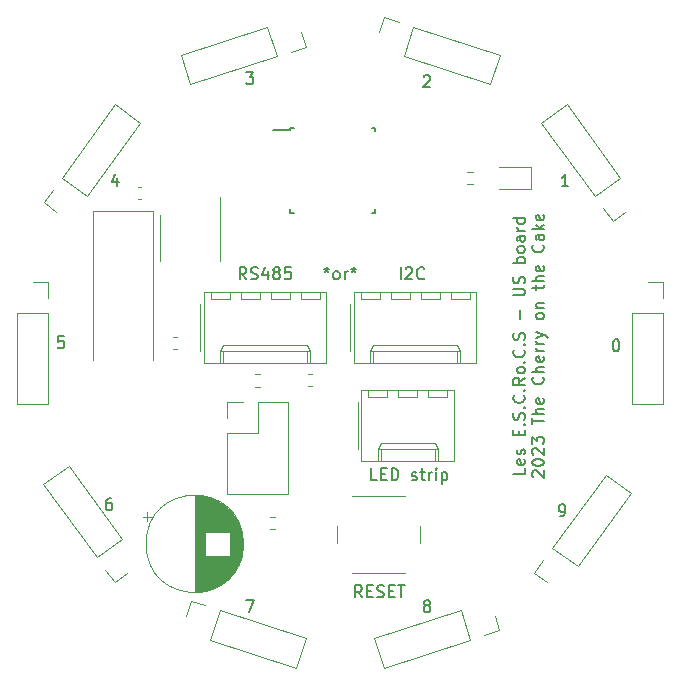
<source format=gbr>
%TF.GenerationSoftware,KiCad,Pcbnew,6.0.11+dfsg-1~bpo11+1*%
%TF.CreationDate,2023-02-26T17:05:11+01:00*%
%TF.ProjectId,ultrasonic_board,756c7472-6173-46f6-9e69-635f626f6172,rev?*%
%TF.SameCoordinates,PX8b48bd0PY4eb9cf0*%
%TF.FileFunction,Legend,Top*%
%TF.FilePolarity,Positive*%
%FSLAX46Y46*%
G04 Gerber Fmt 4.6, Leading zero omitted, Abs format (unit mm)*
G04 Created by KiCad (PCBNEW 6.0.11+dfsg-1~bpo11+1) date 2023-02-26 17:05:11*
%MOMM*%
%LPD*%
G01*
G04 APERTURE LIST*
%ADD10C,0.150000*%
%ADD11C,0.120000*%
G04 APERTURE END LIST*
D10*
X-19367524Y-13168380D02*
X-19558000Y-13168380D01*
X-19653239Y-13216000D01*
X-19700858Y-13263619D01*
X-19796096Y-13406476D01*
X-19843715Y-13596952D01*
X-19843715Y-13977904D01*
X-19796096Y-14073142D01*
X-19748477Y-14120761D01*
X-19653239Y-14168380D01*
X-19462762Y-14168380D01*
X-19367524Y-14120761D01*
X-19319905Y-14073142D01*
X-19272286Y-13977904D01*
X-19272286Y-13739809D01*
X-19319905Y-13644571D01*
X-19367524Y-13596952D01*
X-19462762Y-13549333D01*
X-19653239Y-13549333D01*
X-19748477Y-13596952D01*
X-19796096Y-13644571D01*
X-19843715Y-13739809D01*
X19335714Y13263620D02*
X18764285Y13263620D01*
X19050000Y13263620D02*
X19050000Y14263620D01*
X18954761Y14120762D01*
X18859523Y14025524D01*
X18764285Y13977905D01*
X7270761Y-22232952D02*
X7175523Y-22185333D01*
X7127904Y-22137714D01*
X7080285Y-22042476D01*
X7080285Y-21994857D01*
X7127904Y-21899619D01*
X7175523Y-21852000D01*
X7270761Y-21804380D01*
X7461238Y-21804380D01*
X7556476Y-21852000D01*
X7604095Y-21899619D01*
X7651714Y-21994857D01*
X7651714Y-22042476D01*
X7604095Y-22137714D01*
X7556476Y-22185333D01*
X7461238Y-22232952D01*
X7270761Y-22232952D01*
X7175523Y-22280571D01*
X7127904Y-22328190D01*
X7080285Y-22423428D01*
X7080285Y-22613904D01*
X7127904Y-22709142D01*
X7175523Y-22756761D01*
X7270761Y-22804380D01*
X7461238Y-22804380D01*
X7556476Y-22756761D01*
X7604095Y-22709142D01*
X7651714Y-22613904D01*
X7651714Y-22423428D01*
X7604095Y-22328190D01*
X7556476Y-22280571D01*
X7461238Y-22232952D01*
X-7945239Y5389620D02*
X-8278572Y5865810D01*
X-8516667Y5389620D02*
X-8516667Y6389620D01*
X-8135715Y6389620D01*
X-8040477Y6342000D01*
X-7992858Y6294381D01*
X-7945239Y6199143D01*
X-7945239Y6056286D01*
X-7992858Y5961048D01*
X-8040477Y5913429D01*
X-8135715Y5865810D01*
X-8516667Y5865810D01*
X-7564286Y5437239D02*
X-7421429Y5389620D01*
X-7183334Y5389620D01*
X-7088096Y5437239D01*
X-7040477Y5484858D01*
X-6992858Y5580096D01*
X-6992858Y5675334D01*
X-7040477Y5770572D01*
X-7088096Y5818191D01*
X-7183334Y5865810D01*
X-7373810Y5913429D01*
X-7469048Y5961048D01*
X-7516667Y6008667D01*
X-7564286Y6103905D01*
X-7564286Y6199143D01*
X-7516667Y6294381D01*
X-7469048Y6342000D01*
X-7373810Y6389620D01*
X-7135715Y6389620D01*
X-6992858Y6342000D01*
X-6135715Y6056286D02*
X-6135715Y5389620D01*
X-6373810Y6437239D02*
X-6611905Y5722953D01*
X-5992858Y5722953D01*
X-5469048Y5961048D02*
X-5564286Y6008667D01*
X-5611905Y6056286D01*
X-5659524Y6151524D01*
X-5659524Y6199143D01*
X-5611905Y6294381D01*
X-5564286Y6342000D01*
X-5469048Y6389620D01*
X-5278572Y6389620D01*
X-5183334Y6342000D01*
X-5135715Y6294381D01*
X-5088096Y6199143D01*
X-5088096Y6151524D01*
X-5135715Y6056286D01*
X-5183334Y6008667D01*
X-5278572Y5961048D01*
X-5469048Y5961048D01*
X-5564286Y5913429D01*
X-5611905Y5865810D01*
X-5659524Y5770572D01*
X-5659524Y5580096D01*
X-5611905Y5484858D01*
X-5564286Y5437239D01*
X-5469048Y5389620D01*
X-5278572Y5389620D01*
X-5183334Y5437239D01*
X-5135715Y5484858D01*
X-5088096Y5580096D01*
X-5088096Y5770572D01*
X-5135715Y5865810D01*
X-5183334Y5913429D01*
X-5278572Y5961048D01*
X-4183334Y6389620D02*
X-4659524Y6389620D01*
X-4707143Y5913429D01*
X-4659524Y5961048D01*
X-4564286Y6008667D01*
X-4326191Y6008667D01*
X-4230953Y5961048D01*
X-4183334Y5913429D01*
X-4135715Y5818191D01*
X-4135715Y5580096D01*
X-4183334Y5484858D01*
X-4230953Y5437239D01*
X-4326191Y5389620D01*
X-4564286Y5389620D01*
X-4659524Y5437239D01*
X-4707143Y5484858D01*
X18605523Y-14676380D02*
X18796000Y-14676380D01*
X18891238Y-14628761D01*
X18938857Y-14581142D01*
X19034095Y-14438285D01*
X19081714Y-14247809D01*
X19081714Y-13866857D01*
X19034095Y-13771619D01*
X18986476Y-13724000D01*
X18891238Y-13676380D01*
X18700761Y-13676380D01*
X18605523Y-13724000D01*
X18557904Y-13771619D01*
X18510285Y-13866857D01*
X18510285Y-14104952D01*
X18557904Y-14200190D01*
X18605523Y-14247809D01*
X18700761Y-14295428D01*
X18891238Y-14295428D01*
X18986476Y-14247809D01*
X19034095Y-14200190D01*
X19081714Y-14104952D01*
X5119809Y5389620D02*
X5119809Y6389620D01*
X5548380Y6294381D02*
X5596000Y6342000D01*
X5691238Y6389620D01*
X5929333Y6389620D01*
X6024571Y6342000D01*
X6072190Y6294381D01*
X6119809Y6199143D01*
X6119809Y6103905D01*
X6072190Y5961048D01*
X5500761Y5389620D01*
X6119809Y5389620D01*
X7119809Y5484858D02*
X7072190Y5437239D01*
X6929333Y5389620D01*
X6834095Y5389620D01*
X6691238Y5437239D01*
X6596000Y5532477D01*
X6548380Y5627715D01*
X6500761Y5818191D01*
X6500761Y5961048D01*
X6548380Y6151524D01*
X6596000Y6246762D01*
X6691238Y6342000D01*
X6834095Y6389620D01*
X6929333Y6389620D01*
X7072190Y6342000D01*
X7119809Y6294381D01*
X7080285Y22550381D02*
X7127904Y22598000D01*
X7223142Y22645620D01*
X7461238Y22645620D01*
X7556476Y22598000D01*
X7604095Y22550381D01*
X7651714Y22455143D01*
X7651714Y22359905D01*
X7604095Y22217048D01*
X7032666Y21645620D01*
X7651714Y21645620D01*
X23320380Y293620D02*
X23415619Y293620D01*
X23510857Y246000D01*
X23558476Y198381D01*
X23606095Y103143D01*
X23653714Y-87333D01*
X23653714Y-325428D01*
X23606095Y-515904D01*
X23558476Y-611142D01*
X23510857Y-658761D01*
X23415619Y-706380D01*
X23320380Y-706380D01*
X23225142Y-658761D01*
X23177523Y-611142D01*
X23129904Y-515904D01*
X23082285Y-325428D01*
X23082285Y-87333D01*
X23129904Y103143D01*
X23177523Y198381D01*
X23225142Y246000D01*
X23320380Y293620D01*
X-18859524Y13930286D02*
X-18859524Y13263620D01*
X-19097620Y14311239D02*
X-19335715Y13596953D01*
X-18716667Y13596953D01*
X1849619Y-21534380D02*
X1516285Y-21058190D01*
X1278190Y-21534380D02*
X1278190Y-20534380D01*
X1659142Y-20534380D01*
X1754380Y-20582000D01*
X1802000Y-20629619D01*
X1849619Y-20724857D01*
X1849619Y-20867714D01*
X1802000Y-20962952D01*
X1754380Y-21010571D01*
X1659142Y-21058190D01*
X1278190Y-21058190D01*
X2278190Y-21010571D02*
X2611523Y-21010571D01*
X2754380Y-21534380D02*
X2278190Y-21534380D01*
X2278190Y-20534380D01*
X2754380Y-20534380D01*
X3135333Y-21486761D02*
X3278190Y-21534380D01*
X3516285Y-21534380D01*
X3611523Y-21486761D01*
X3659142Y-21439142D01*
X3706761Y-21343904D01*
X3706761Y-21248666D01*
X3659142Y-21153428D01*
X3611523Y-21105809D01*
X3516285Y-21058190D01*
X3325809Y-21010571D01*
X3230571Y-20962952D01*
X3182952Y-20915333D01*
X3135333Y-20820095D01*
X3135333Y-20724857D01*
X3182952Y-20629619D01*
X3230571Y-20582000D01*
X3325809Y-20534380D01*
X3563904Y-20534380D01*
X3706761Y-20582000D01*
X4135333Y-21010571D02*
X4468666Y-21010571D01*
X4611523Y-21534380D02*
X4135333Y-21534380D01*
X4135333Y-20534380D01*
X4611523Y-20534380D01*
X4897238Y-20534380D02*
X5468666Y-20534380D01*
X5182952Y-21534380D02*
X5182952Y-20534380D01*
X-1142858Y6389620D02*
X-1142858Y6151524D01*
X-1380953Y6246762D02*
X-1142858Y6151524D01*
X-904762Y6246762D01*
X-1285715Y5961048D02*
X-1142858Y6151524D01*
X-1000000Y5961048D01*
X-380953Y5389620D02*
X-476191Y5437239D01*
X-523810Y5484858D01*
X-571429Y5580096D01*
X-571429Y5865810D01*
X-523810Y5961048D01*
X-476191Y6008667D01*
X-380953Y6056286D01*
X-238096Y6056286D01*
X-142858Y6008667D01*
X-95239Y5961048D01*
X-47620Y5865810D01*
X-47620Y5580096D01*
X-95239Y5484858D01*
X-142858Y5437239D01*
X-238096Y5389620D01*
X-380953Y5389620D01*
X380952Y5389620D02*
X380952Y6056286D01*
X380952Y5865810D02*
X428571Y5961048D01*
X476190Y6008667D01*
X571428Y6056286D01*
X666666Y6056286D01*
X1142857Y6389620D02*
X1142857Y6151524D01*
X904761Y6246762D02*
X1142857Y6151524D01*
X1380952Y6246762D01*
X1000000Y5961048D02*
X1142857Y6151524D01*
X1285714Y5961048D01*
X-7953334Y22899620D02*
X-7334286Y22899620D01*
X-7667620Y22518667D01*
X-7524762Y22518667D01*
X-7429524Y22471048D01*
X-7381905Y22423429D01*
X-7334286Y22328191D01*
X-7334286Y22090096D01*
X-7381905Y21994858D01*
X-7429524Y21947239D01*
X-7524762Y21899620D01*
X-7810477Y21899620D01*
X-7905715Y21947239D01*
X-7953334Y21994858D01*
X-23383905Y547620D02*
X-23860096Y547620D01*
X-23907715Y71429D01*
X-23860096Y119048D01*
X-23764858Y166667D01*
X-23526762Y166667D01*
X-23431524Y119048D01*
X-23383905Y71429D01*
X-23336286Y-23809D01*
X-23336286Y-261904D01*
X-23383905Y-357142D01*
X-23431524Y-404761D01*
X-23526762Y-452380D01*
X-23764858Y-452380D01*
X-23860096Y-404761D01*
X-23907715Y-357142D01*
X3127714Y-11628380D02*
X2651523Y-11628380D01*
X2651523Y-10628380D01*
X3461047Y-11104571D02*
X3794380Y-11104571D01*
X3937238Y-11628380D02*
X3461047Y-11628380D01*
X3461047Y-10628380D01*
X3937238Y-10628380D01*
X4365809Y-11628380D02*
X4365809Y-10628380D01*
X4603904Y-10628380D01*
X4746761Y-10676000D01*
X4842000Y-10771238D01*
X4889619Y-10866476D01*
X4937238Y-11056952D01*
X4937238Y-11199809D01*
X4889619Y-11390285D01*
X4842000Y-11485523D01*
X4746761Y-11580761D01*
X4603904Y-11628380D01*
X4365809Y-11628380D01*
X6080095Y-11580761D02*
X6175333Y-11628380D01*
X6365809Y-11628380D01*
X6461047Y-11580761D01*
X6508666Y-11485523D01*
X6508666Y-11437904D01*
X6461047Y-11342666D01*
X6365809Y-11295047D01*
X6222952Y-11295047D01*
X6127714Y-11247428D01*
X6080095Y-11152190D01*
X6080095Y-11104571D01*
X6127714Y-11009333D01*
X6222952Y-10961714D01*
X6365809Y-10961714D01*
X6461047Y-11009333D01*
X6794380Y-10961714D02*
X7175333Y-10961714D01*
X6937238Y-10628380D02*
X6937238Y-11485523D01*
X6984857Y-11580761D01*
X7080095Y-11628380D01*
X7175333Y-11628380D01*
X7508666Y-11628380D02*
X7508666Y-10961714D01*
X7508666Y-11152190D02*
X7556285Y-11056952D01*
X7603904Y-11009333D01*
X7699142Y-10961714D01*
X7794380Y-10961714D01*
X8127714Y-11628380D02*
X8127714Y-10961714D01*
X8127714Y-10628380D02*
X8080095Y-10676000D01*
X8127714Y-10723619D01*
X8175333Y-10676000D01*
X8127714Y-10628380D01*
X8127714Y-10723619D01*
X8603904Y-10961714D02*
X8603904Y-11961714D01*
X8603904Y-11009333D02*
X8699142Y-10961714D01*
X8889619Y-10961714D01*
X8984857Y-11009333D01*
X9032476Y-11056952D01*
X9080095Y-11152190D01*
X9080095Y-11437904D01*
X9032476Y-11533142D01*
X8984857Y-11580761D01*
X8889619Y-11628380D01*
X8699142Y-11628380D01*
X8603904Y-11580761D01*
X15649380Y-10587333D02*
X15649380Y-11063523D01*
X14649380Y-11063523D01*
X15601761Y-9873047D02*
X15649380Y-9968285D01*
X15649380Y-10158761D01*
X15601761Y-10254000D01*
X15506523Y-10301619D01*
X15125571Y-10301619D01*
X15030333Y-10254000D01*
X14982714Y-10158761D01*
X14982714Y-9968285D01*
X15030333Y-9873047D01*
X15125571Y-9825428D01*
X15220809Y-9825428D01*
X15316047Y-10301619D01*
X15601761Y-9444476D02*
X15649380Y-9349238D01*
X15649380Y-9158761D01*
X15601761Y-9063523D01*
X15506523Y-9015904D01*
X15458904Y-9015904D01*
X15363666Y-9063523D01*
X15316047Y-9158761D01*
X15316047Y-9301619D01*
X15268428Y-9396857D01*
X15173190Y-9444476D01*
X15125571Y-9444476D01*
X15030333Y-9396857D01*
X14982714Y-9301619D01*
X14982714Y-9158761D01*
X15030333Y-9063523D01*
X15125571Y-7825428D02*
X15125571Y-7492095D01*
X15649380Y-7349238D02*
X15649380Y-7825428D01*
X14649380Y-7825428D01*
X14649380Y-7349238D01*
X15554142Y-6920666D02*
X15601761Y-6873047D01*
X15649380Y-6920666D01*
X15601761Y-6968285D01*
X15554142Y-6920666D01*
X15649380Y-6920666D01*
X15601761Y-6492095D02*
X15649380Y-6349238D01*
X15649380Y-6111142D01*
X15601761Y-6015904D01*
X15554142Y-5968285D01*
X15458904Y-5920666D01*
X15363666Y-5920666D01*
X15268428Y-5968285D01*
X15220809Y-6015904D01*
X15173190Y-6111142D01*
X15125571Y-6301619D01*
X15077952Y-6396857D01*
X15030333Y-6444476D01*
X14935095Y-6492095D01*
X14839857Y-6492095D01*
X14744619Y-6444476D01*
X14697000Y-6396857D01*
X14649380Y-6301619D01*
X14649380Y-6063523D01*
X14697000Y-5920666D01*
X15554142Y-5492095D02*
X15601761Y-5444476D01*
X15649380Y-5492095D01*
X15601761Y-5539714D01*
X15554142Y-5492095D01*
X15649380Y-5492095D01*
X15554142Y-4444476D02*
X15601761Y-4492095D01*
X15649380Y-4634952D01*
X15649380Y-4730190D01*
X15601761Y-4873047D01*
X15506523Y-4968285D01*
X15411285Y-5015904D01*
X15220809Y-5063523D01*
X15077952Y-5063523D01*
X14887476Y-5015904D01*
X14792238Y-4968285D01*
X14697000Y-4873047D01*
X14649380Y-4730190D01*
X14649380Y-4634952D01*
X14697000Y-4492095D01*
X14744619Y-4444476D01*
X15554142Y-4015904D02*
X15601761Y-3968285D01*
X15649380Y-4015904D01*
X15601761Y-4063523D01*
X15554142Y-4015904D01*
X15649380Y-4015904D01*
X15649380Y-2968285D02*
X15173190Y-3301619D01*
X15649380Y-3539714D02*
X14649380Y-3539714D01*
X14649380Y-3158761D01*
X14697000Y-3063523D01*
X14744619Y-3015904D01*
X14839857Y-2968285D01*
X14982714Y-2968285D01*
X15077952Y-3015904D01*
X15125571Y-3063523D01*
X15173190Y-3158761D01*
X15173190Y-3539714D01*
X15649380Y-2396857D02*
X15601761Y-2492095D01*
X15554142Y-2539714D01*
X15458904Y-2587333D01*
X15173190Y-2587333D01*
X15077952Y-2539714D01*
X15030333Y-2492095D01*
X14982714Y-2396857D01*
X14982714Y-2254000D01*
X15030333Y-2158761D01*
X15077952Y-2111142D01*
X15173190Y-2063523D01*
X15458904Y-2063523D01*
X15554142Y-2111142D01*
X15601761Y-2158761D01*
X15649380Y-2254000D01*
X15649380Y-2396857D01*
X15554142Y-1634952D02*
X15601761Y-1587333D01*
X15649380Y-1634952D01*
X15601761Y-1682571D01*
X15554142Y-1634952D01*
X15649380Y-1634952D01*
X15554142Y-587333D02*
X15601761Y-634952D01*
X15649380Y-777809D01*
X15649380Y-873047D01*
X15601761Y-1015904D01*
X15506523Y-1111142D01*
X15411285Y-1158761D01*
X15220809Y-1206380D01*
X15077952Y-1206380D01*
X14887476Y-1158761D01*
X14792238Y-1111142D01*
X14697000Y-1015904D01*
X14649380Y-873047D01*
X14649380Y-777809D01*
X14697000Y-634952D01*
X14744619Y-587333D01*
X15554142Y-158761D02*
X15601761Y-111142D01*
X15649380Y-158761D01*
X15601761Y-206380D01*
X15554142Y-158761D01*
X15649380Y-158761D01*
X15601761Y269810D02*
X15649380Y412667D01*
X15649380Y650762D01*
X15601761Y746000D01*
X15554142Y793620D01*
X15458904Y841239D01*
X15363666Y841239D01*
X15268428Y793620D01*
X15220809Y746000D01*
X15173190Y650762D01*
X15125571Y460286D01*
X15077952Y365048D01*
X15030333Y317429D01*
X14935095Y269810D01*
X14839857Y269810D01*
X14744619Y317429D01*
X14697000Y365048D01*
X14649380Y460286D01*
X14649380Y698381D01*
X14697000Y841239D01*
X15268428Y2031715D02*
X15268428Y2793620D01*
X14649380Y4031715D02*
X15458904Y4031715D01*
X15554142Y4079334D01*
X15601761Y4126953D01*
X15649380Y4222191D01*
X15649380Y4412667D01*
X15601761Y4507905D01*
X15554142Y4555524D01*
X15458904Y4603143D01*
X14649380Y4603143D01*
X15601761Y5031715D02*
X15649380Y5174572D01*
X15649380Y5412667D01*
X15601761Y5507905D01*
X15554142Y5555524D01*
X15458904Y5603143D01*
X15363666Y5603143D01*
X15268428Y5555524D01*
X15220809Y5507905D01*
X15173190Y5412667D01*
X15125571Y5222191D01*
X15077952Y5126953D01*
X15030333Y5079334D01*
X14935095Y5031715D01*
X14839857Y5031715D01*
X14744619Y5079334D01*
X14697000Y5126953D01*
X14649380Y5222191D01*
X14649380Y5460286D01*
X14697000Y5603143D01*
X15649380Y6793620D02*
X14649380Y6793620D01*
X15030333Y6793620D02*
X14982714Y6888858D01*
X14982714Y7079334D01*
X15030333Y7174572D01*
X15077952Y7222191D01*
X15173190Y7269810D01*
X15458904Y7269810D01*
X15554142Y7222191D01*
X15601761Y7174572D01*
X15649380Y7079334D01*
X15649380Y6888858D01*
X15601761Y6793620D01*
X15649380Y7841239D02*
X15601761Y7746000D01*
X15554142Y7698381D01*
X15458904Y7650762D01*
X15173190Y7650762D01*
X15077952Y7698381D01*
X15030333Y7746000D01*
X14982714Y7841239D01*
X14982714Y7984096D01*
X15030333Y8079334D01*
X15077952Y8126953D01*
X15173190Y8174572D01*
X15458904Y8174572D01*
X15554142Y8126953D01*
X15601761Y8079334D01*
X15649380Y7984096D01*
X15649380Y7841239D01*
X15649380Y9031715D02*
X15125571Y9031715D01*
X15030333Y8984096D01*
X14982714Y8888858D01*
X14982714Y8698381D01*
X15030333Y8603143D01*
X15601761Y9031715D02*
X15649380Y8936477D01*
X15649380Y8698381D01*
X15601761Y8603143D01*
X15506523Y8555524D01*
X15411285Y8555524D01*
X15316047Y8603143D01*
X15268428Y8698381D01*
X15268428Y8936477D01*
X15220809Y9031715D01*
X15649380Y9507905D02*
X14982714Y9507905D01*
X15173190Y9507905D02*
X15077952Y9555524D01*
X15030333Y9603143D01*
X14982714Y9698381D01*
X14982714Y9793620D01*
X15649380Y10555524D02*
X14649380Y10555524D01*
X15601761Y10555524D02*
X15649380Y10460286D01*
X15649380Y10269810D01*
X15601761Y10174572D01*
X15554142Y10126953D01*
X15458904Y10079334D01*
X15173190Y10079334D01*
X15077952Y10126953D01*
X15030333Y10174572D01*
X14982714Y10269810D01*
X14982714Y10460286D01*
X15030333Y10555524D01*
X16354619Y-11373047D02*
X16307000Y-11325428D01*
X16259380Y-11230190D01*
X16259380Y-10992095D01*
X16307000Y-10896857D01*
X16354619Y-10849238D01*
X16449857Y-10801619D01*
X16545095Y-10801619D01*
X16687952Y-10849238D01*
X17259380Y-11420666D01*
X17259380Y-10801619D01*
X16259380Y-10182571D02*
X16259380Y-10087333D01*
X16307000Y-9992095D01*
X16354619Y-9944476D01*
X16449857Y-9896857D01*
X16640333Y-9849238D01*
X16878428Y-9849238D01*
X17068904Y-9896857D01*
X17164142Y-9944476D01*
X17211761Y-9992095D01*
X17259380Y-10087333D01*
X17259380Y-10182571D01*
X17211761Y-10277809D01*
X17164142Y-10325428D01*
X17068904Y-10373047D01*
X16878428Y-10420666D01*
X16640333Y-10420666D01*
X16449857Y-10373047D01*
X16354619Y-10325428D01*
X16307000Y-10277809D01*
X16259380Y-10182571D01*
X16354619Y-9468285D02*
X16307000Y-9420666D01*
X16259380Y-9325428D01*
X16259380Y-9087333D01*
X16307000Y-8992095D01*
X16354619Y-8944476D01*
X16449857Y-8896857D01*
X16545095Y-8896857D01*
X16687952Y-8944476D01*
X17259380Y-9515904D01*
X17259380Y-8896857D01*
X16259380Y-8563523D02*
X16259380Y-7944476D01*
X16640333Y-8277809D01*
X16640333Y-8134952D01*
X16687952Y-8039714D01*
X16735571Y-7992095D01*
X16830809Y-7944476D01*
X17068904Y-7944476D01*
X17164142Y-7992095D01*
X17211761Y-8039714D01*
X17259380Y-8134952D01*
X17259380Y-8420666D01*
X17211761Y-8515904D01*
X17164142Y-8563523D01*
X16259380Y-6896857D02*
X16259380Y-6325428D01*
X17259380Y-6611142D02*
X16259380Y-6611142D01*
X17259380Y-5992095D02*
X16259380Y-5992095D01*
X17259380Y-5563523D02*
X16735571Y-5563523D01*
X16640333Y-5611142D01*
X16592714Y-5706380D01*
X16592714Y-5849238D01*
X16640333Y-5944476D01*
X16687952Y-5992095D01*
X17211761Y-4706380D02*
X17259380Y-4801619D01*
X17259380Y-4992095D01*
X17211761Y-5087333D01*
X17116523Y-5134952D01*
X16735571Y-5134952D01*
X16640333Y-5087333D01*
X16592714Y-4992095D01*
X16592714Y-4801619D01*
X16640333Y-4706380D01*
X16735571Y-4658761D01*
X16830809Y-4658761D01*
X16926047Y-5134952D01*
X17164142Y-2896857D02*
X17211761Y-2944476D01*
X17259380Y-3087333D01*
X17259380Y-3182571D01*
X17211761Y-3325428D01*
X17116523Y-3420666D01*
X17021285Y-3468285D01*
X16830809Y-3515904D01*
X16687952Y-3515904D01*
X16497476Y-3468285D01*
X16402238Y-3420666D01*
X16307000Y-3325428D01*
X16259380Y-3182571D01*
X16259380Y-3087333D01*
X16307000Y-2944476D01*
X16354619Y-2896857D01*
X17259380Y-2468285D02*
X16259380Y-2468285D01*
X17259380Y-2039714D02*
X16735571Y-2039714D01*
X16640333Y-2087333D01*
X16592714Y-2182571D01*
X16592714Y-2325428D01*
X16640333Y-2420666D01*
X16687952Y-2468285D01*
X17211761Y-1182571D02*
X17259380Y-1277809D01*
X17259380Y-1468285D01*
X17211761Y-1563523D01*
X17116523Y-1611142D01*
X16735571Y-1611142D01*
X16640333Y-1563523D01*
X16592714Y-1468285D01*
X16592714Y-1277809D01*
X16640333Y-1182571D01*
X16735571Y-1134952D01*
X16830809Y-1134952D01*
X16926047Y-1611142D01*
X17259380Y-706380D02*
X16592714Y-706380D01*
X16783190Y-706380D02*
X16687952Y-658761D01*
X16640333Y-611142D01*
X16592714Y-515904D01*
X16592714Y-420666D01*
X17259380Y-87333D02*
X16592714Y-87333D01*
X16783190Y-87333D02*
X16687952Y-39714D01*
X16640333Y7905D01*
X16592714Y103143D01*
X16592714Y198381D01*
X16592714Y436477D02*
X17259380Y674572D01*
X16592714Y912667D02*
X17259380Y674572D01*
X17497476Y579334D01*
X17545095Y531715D01*
X17592714Y436477D01*
X17259380Y2198381D02*
X17211761Y2103143D01*
X17164142Y2055524D01*
X17068904Y2007905D01*
X16783190Y2007905D01*
X16687952Y2055524D01*
X16640333Y2103143D01*
X16592714Y2198381D01*
X16592714Y2341239D01*
X16640333Y2436477D01*
X16687952Y2484096D01*
X16783190Y2531715D01*
X17068904Y2531715D01*
X17164142Y2484096D01*
X17211761Y2436477D01*
X17259380Y2341239D01*
X17259380Y2198381D01*
X16592714Y2960286D02*
X17259380Y2960286D01*
X16687952Y2960286D02*
X16640333Y3007905D01*
X16592714Y3103143D01*
X16592714Y3246000D01*
X16640333Y3341239D01*
X16735571Y3388858D01*
X17259380Y3388858D01*
X16592714Y4484096D02*
X16592714Y4865048D01*
X16259380Y4626953D02*
X17116523Y4626953D01*
X17211761Y4674572D01*
X17259380Y4769810D01*
X17259380Y4865048D01*
X17259380Y5198381D02*
X16259380Y5198381D01*
X17259380Y5626953D02*
X16735571Y5626953D01*
X16640333Y5579334D01*
X16592714Y5484096D01*
X16592714Y5341239D01*
X16640333Y5246000D01*
X16687952Y5198381D01*
X17211761Y6484096D02*
X17259380Y6388858D01*
X17259380Y6198381D01*
X17211761Y6103143D01*
X17116523Y6055524D01*
X16735571Y6055524D01*
X16640333Y6103143D01*
X16592714Y6198381D01*
X16592714Y6388858D01*
X16640333Y6484096D01*
X16735571Y6531715D01*
X16830809Y6531715D01*
X16926047Y6055524D01*
X17164142Y8293620D02*
X17211761Y8246000D01*
X17259380Y8103143D01*
X17259380Y8007905D01*
X17211761Y7865048D01*
X17116523Y7769810D01*
X17021285Y7722191D01*
X16830809Y7674572D01*
X16687952Y7674572D01*
X16497476Y7722191D01*
X16402238Y7769810D01*
X16307000Y7865048D01*
X16259380Y8007905D01*
X16259380Y8103143D01*
X16307000Y8246000D01*
X16354619Y8293620D01*
X17259380Y9150762D02*
X16735571Y9150762D01*
X16640333Y9103143D01*
X16592714Y9007905D01*
X16592714Y8817429D01*
X16640333Y8722191D01*
X17211761Y9150762D02*
X17259380Y9055524D01*
X17259380Y8817429D01*
X17211761Y8722191D01*
X17116523Y8674572D01*
X17021285Y8674572D01*
X16926047Y8722191D01*
X16878428Y8817429D01*
X16878428Y9055524D01*
X16830809Y9150762D01*
X17259380Y9626953D02*
X16259380Y9626953D01*
X16878428Y9722191D02*
X17259380Y10007905D01*
X16592714Y10007905D02*
X16973666Y9626953D01*
X17211761Y10817429D02*
X17259380Y10722191D01*
X17259380Y10531715D01*
X17211761Y10436477D01*
X17116523Y10388858D01*
X16735571Y10388858D01*
X16640333Y10436477D01*
X16592714Y10531715D01*
X16592714Y10722191D01*
X16640333Y10817429D01*
X16735571Y10865048D01*
X16830809Y10865048D01*
X16926047Y10388858D01*
X-7953334Y-21804380D02*
X-7286667Y-21804380D01*
X-7715239Y-22804380D01*
D11*
%TO.C,C1*%
X-17145580Y12190000D02*
X-16864420Y12190000D01*
X-17145580Y13210000D02*
X-16864420Y13210000D01*
%TO.C,C2*%
X-14110580Y510000D02*
X-13829420Y510000D01*
X-14110580Y-510000D02*
X-13829420Y-510000D01*
%TO.C,C3*%
X-9909604Y-18058000D02*
X-9909604Y-20327000D01*
X-9629604Y-13928000D02*
X-9629604Y-15978000D01*
X-9469604Y-18058000D02*
X-9469604Y-19963000D01*
X-8309604Y-16070000D02*
X-8309604Y-17966000D01*
X-12270604Y-12938000D02*
X-12270604Y-21098000D01*
X-10069604Y-13600000D02*
X-10069604Y-15978000D01*
X-11149604Y-13104000D02*
X-11149604Y-15978000D01*
X-8589604Y-15287000D02*
X-8589604Y-18749000D01*
X-11509604Y-13016000D02*
X-11509604Y-21020000D01*
X-9469604Y-14073000D02*
X-9469604Y-15978000D01*
X-11349604Y-18058000D02*
X-11349604Y-20985000D01*
X-10789604Y-18058000D02*
X-10789604Y-20808000D01*
X-9709604Y-18058000D02*
X-9709604Y-20174000D01*
X-11109604Y-13116000D02*
X-11109604Y-15978000D01*
X-11029604Y-13141000D02*
X-11029604Y-15978000D01*
X-9029604Y-14564000D02*
X-9029604Y-19472000D01*
X-9669604Y-18058000D02*
X-9669604Y-20142000D01*
X-12310604Y-12938000D02*
X-12310604Y-21098000D01*
X-11229604Y-13082000D02*
X-11229604Y-15978000D01*
X-8509604Y-15466000D02*
X-8509604Y-18570000D01*
X-9229604Y-14321000D02*
X-9229604Y-19715000D01*
X-9069604Y-14513000D02*
X-9069604Y-19523000D01*
X-8469604Y-15565000D02*
X-8469604Y-18471000D01*
X-11870604Y-12961000D02*
X-11870604Y-21075000D01*
X-10149604Y-18058000D02*
X-10149604Y-20487000D01*
X-10029604Y-13626000D02*
X-10029604Y-15978000D01*
X-10429604Y-18058000D02*
X-10429604Y-20645000D01*
X-10909604Y-13183000D02*
X-10909604Y-15978000D01*
X-8669604Y-15128000D02*
X-8669604Y-18908000D01*
X-10509604Y-13352000D02*
X-10509604Y-15978000D01*
X-8749604Y-14984000D02*
X-8749604Y-19052000D01*
X-8829604Y-14852000D02*
X-8829604Y-19184000D01*
X-11029604Y-18058000D02*
X-11029604Y-20895000D01*
X-11830604Y-12966000D02*
X-11830604Y-21070000D01*
X-10669604Y-18058000D02*
X-10669604Y-20758000D01*
X-9989604Y-18058000D02*
X-9989604Y-20383000D01*
X-10549604Y-18058000D02*
X-10549604Y-20704000D01*
X-12230604Y-12938000D02*
X-12230604Y-21098000D01*
X-9109604Y-14462000D02*
X-9109604Y-19574000D01*
X-9389604Y-14151000D02*
X-9389604Y-15978000D01*
X-10029604Y-18058000D02*
X-10029604Y-20410000D01*
X-9829604Y-13768000D02*
X-9829604Y-15978000D01*
X-10189604Y-13525000D02*
X-10189604Y-15978000D01*
X-10749604Y-18058000D02*
X-10749604Y-20792000D01*
X-9749604Y-18058000D02*
X-9749604Y-20207000D01*
X-10989604Y-13155000D02*
X-10989604Y-15978000D01*
X-8629604Y-15205000D02*
X-8629604Y-18831000D01*
X-11389604Y-18058000D02*
X-11389604Y-20994000D01*
X-12150604Y-12941000D02*
X-12150604Y-21095000D01*
X-9389604Y-18058000D02*
X-9389604Y-19885000D01*
X-11549604Y-13008000D02*
X-11549604Y-21028000D01*
X-12110604Y-12942000D02*
X-12110604Y-21094000D01*
X-11750604Y-12976000D02*
X-11750604Y-21060000D01*
X-8989604Y-14618000D02*
X-8989604Y-19418000D01*
X-10349604Y-13434000D02*
X-10349604Y-15978000D01*
X-10229604Y-18058000D02*
X-10229604Y-20535000D01*
X-8869604Y-14790000D02*
X-8869604Y-19246000D01*
X-9309604Y-14234000D02*
X-9309604Y-19802000D01*
X-11790604Y-12970000D02*
X-11790604Y-21066000D01*
X-11910604Y-12957000D02*
X-11910604Y-21079000D01*
X-9629604Y-18058000D02*
X-9629604Y-20108000D01*
X-10549604Y-13332000D02*
X-10549604Y-15978000D01*
X-9509604Y-14035000D02*
X-9509604Y-15978000D01*
X-10389604Y-18058000D02*
X-10389604Y-20624000D01*
X-9949604Y-13680000D02*
X-9949604Y-15978000D01*
X-8429604Y-15672000D02*
X-8429604Y-18364000D01*
X-11670604Y-12988000D02*
X-11670604Y-21048000D01*
X-10629604Y-18058000D02*
X-10629604Y-20740000D01*
X-11429604Y-18058000D02*
X-11429604Y-21003000D01*
X-10709604Y-13261000D02*
X-10709604Y-15978000D01*
X-11149604Y-18058000D02*
X-11149604Y-20932000D01*
X-9789604Y-13798000D02*
X-9789604Y-15978000D01*
X-9589604Y-13963000D02*
X-9589604Y-15978000D01*
X-11469604Y-13024000D02*
X-11469604Y-21012000D01*
X-9589604Y-18058000D02*
X-9589604Y-20073000D01*
X-10109604Y-18058000D02*
X-10109604Y-20462000D01*
X-8949604Y-14673000D02*
X-8949604Y-19363000D01*
X-9669604Y-13894000D02*
X-9669604Y-15978000D01*
X-9709604Y-13862000D02*
X-9709604Y-15978000D01*
X-10429604Y-13391000D02*
X-10429604Y-15978000D01*
X-8269604Y-16250000D02*
X-8269604Y-17786000D01*
X-11950604Y-12953000D02*
X-11950604Y-21083000D01*
X-11589604Y-13001000D02*
X-11589604Y-21035000D01*
X-12070604Y-12944000D02*
X-12070604Y-21092000D01*
X-9949604Y-18058000D02*
X-9949604Y-20356000D01*
X-10109604Y-13574000D02*
X-10109604Y-15978000D01*
X-11269604Y-13071000D02*
X-11269604Y-15978000D01*
X-9829604Y-18058000D02*
X-9829604Y-20268000D01*
X-8789604Y-14916000D02*
X-8789604Y-19120000D01*
X-9149604Y-14414000D02*
X-9149604Y-19622000D01*
X-11309604Y-13061000D02*
X-11309604Y-15978000D01*
X-10269604Y-18058000D02*
X-10269604Y-20558000D01*
X-10069604Y-18058000D02*
X-10069604Y-20436000D01*
X-10629604Y-13296000D02*
X-10629604Y-15978000D01*
X-9189604Y-14367000D02*
X-9189604Y-19669000D01*
X-9909604Y-13709000D02*
X-9909604Y-15978000D01*
X-9789604Y-18058000D02*
X-9789604Y-20238000D01*
X-10269604Y-13478000D02*
X-10269604Y-15978000D01*
X-10829604Y-13213000D02*
X-10829604Y-15978000D01*
X-12030604Y-12947000D02*
X-12030604Y-21089000D01*
X-10749604Y-13244000D02*
X-10749604Y-15978000D01*
X-11990604Y-12950000D02*
X-11990604Y-21086000D01*
X-8709604Y-15054000D02*
X-8709604Y-18982000D01*
X-10469604Y-13371000D02*
X-10469604Y-15978000D01*
X-10909604Y-18058000D02*
X-10909604Y-20853000D01*
X-10189604Y-18058000D02*
X-10189604Y-20511000D01*
X-11710604Y-12981000D02*
X-11710604Y-21055000D01*
X-11189604Y-13093000D02*
X-11189604Y-15978000D01*
X-10309604Y-18058000D02*
X-10309604Y-20580000D01*
X-11069604Y-18058000D02*
X-11069604Y-20907000D01*
X-10589604Y-13314000D02*
X-10589604Y-15978000D01*
X-11269604Y-18058000D02*
X-11269604Y-20965000D01*
X-10229604Y-13501000D02*
X-10229604Y-15978000D01*
X-9749604Y-13829000D02*
X-9749604Y-15978000D01*
X-10869604Y-13197000D02*
X-10869604Y-15978000D01*
X-8389604Y-15789000D02*
X-8389604Y-18247000D01*
X-9269604Y-14277000D02*
X-9269604Y-19759000D01*
X-10469604Y-18058000D02*
X-10469604Y-20665000D01*
X-10149604Y-13549000D02*
X-10149604Y-15978000D01*
X-10389604Y-13412000D02*
X-10389604Y-15978000D01*
X-9429604Y-18058000D02*
X-9429604Y-19925000D01*
X-9509604Y-18058000D02*
X-9509604Y-20001000D01*
X-11630604Y-12994000D02*
X-11630604Y-21042000D01*
X-16320302Y-14303000D02*
X-16320302Y-15103000D01*
X-10589604Y-18058000D02*
X-10589604Y-20722000D01*
X-11309604Y-18058000D02*
X-11309604Y-20975000D01*
X-11069604Y-13129000D02*
X-11069604Y-15978000D01*
X-10669604Y-13278000D02*
X-10669604Y-15978000D01*
X-10309604Y-13456000D02*
X-10309604Y-15978000D01*
X-11429604Y-13033000D02*
X-11429604Y-15978000D01*
X-10869604Y-18058000D02*
X-10869604Y-20839000D01*
X-9549604Y-18058000D02*
X-9549604Y-20037000D01*
X-9349604Y-14192000D02*
X-9349604Y-19844000D01*
X-9429604Y-14111000D02*
X-9429604Y-15978000D01*
X-10949604Y-13168000D02*
X-10949604Y-15978000D01*
X-10989604Y-18058000D02*
X-10989604Y-20881000D01*
X-11349604Y-13051000D02*
X-11349604Y-15978000D01*
X-11189604Y-18058000D02*
X-11189604Y-20943000D01*
X-9989604Y-13653000D02*
X-9989604Y-15978000D01*
X-10789604Y-13228000D02*
X-10789604Y-15978000D01*
X-11389604Y-13042000D02*
X-11389604Y-15978000D01*
X-8549604Y-15373000D02*
X-8549604Y-18663000D01*
X-12190604Y-12939000D02*
X-12190604Y-21097000D01*
X-9549604Y-13999000D02*
X-9549604Y-15978000D01*
X-10349604Y-18058000D02*
X-10349604Y-20602000D01*
X-10509604Y-18058000D02*
X-10509604Y-20684000D01*
X-10709604Y-18058000D02*
X-10709604Y-20775000D01*
X-16720302Y-14703000D02*
X-15920302Y-14703000D01*
X-9869604Y-18058000D02*
X-9869604Y-20298000D01*
X-8349604Y-15920000D02*
X-8349604Y-18116000D01*
X-10949604Y-18058000D02*
X-10949604Y-20868000D01*
X-9869604Y-13738000D02*
X-9869604Y-15978000D01*
X-11229604Y-18058000D02*
X-11229604Y-20954000D01*
X-8229604Y-16485000D02*
X-8229604Y-17551000D01*
X-8909604Y-14731000D02*
X-8909604Y-19305000D01*
X-10829604Y-18058000D02*
X-10829604Y-20823000D01*
X-11109604Y-18058000D02*
X-11109604Y-20920000D01*
X-8190604Y-17018000D02*
G75*
G03*
X-8190604Y-17018000I-4120000J0D01*
G01*
%TO.C,C4*%
X-2680580Y-2665000D02*
X-2399420Y-2665000D01*
X-2680580Y-3685000D02*
X-2399420Y-3685000D01*
%TO.C,J1*%
X2375000Y-3955000D02*
X2375000Y-4555000D01*
X3425000Y-8445000D02*
X8005000Y-8445000D01*
X1505000Y-4985000D02*
X1505000Y-8985000D01*
X4915000Y-4555000D02*
X6515000Y-4555000D01*
X9055000Y-4555000D02*
X9055000Y-3955000D01*
X7455000Y-3955000D02*
X7455000Y-4555000D01*
X3175000Y-8975000D02*
X8255000Y-8975000D01*
X4915000Y-3955000D02*
X4915000Y-4555000D01*
X1795000Y-3955000D02*
X1795000Y-9975000D01*
X3975000Y-4555000D02*
X3975000Y-3955000D01*
X3175000Y-9975000D02*
X3175000Y-8975000D01*
X3425000Y-9975000D02*
X3425000Y-8975000D01*
X9635000Y-9975000D02*
X9635000Y-3955000D01*
X7455000Y-4555000D02*
X9055000Y-4555000D01*
X8255000Y-8975000D02*
X8255000Y-9975000D01*
X6515000Y-4555000D02*
X6515000Y-3955000D01*
X8005000Y-9975000D02*
X8005000Y-8975000D01*
X1795000Y-9975000D02*
X9635000Y-9975000D01*
X3175000Y-8975000D02*
X3425000Y-8445000D01*
X9635000Y-3955000D02*
X1795000Y-3955000D01*
X8005000Y-8445000D02*
X8255000Y-8975000D01*
X2375000Y-4555000D02*
X3975000Y-4555000D01*
%TO.C,J2*%
X-6985000Y-5020000D02*
X-4385000Y-5020000D01*
X-9585000Y-6350000D02*
X-9585000Y-5020000D01*
X-9585000Y-5020000D02*
X-8255000Y-5020000D01*
X-6985000Y-7620000D02*
X-6985000Y-5020000D01*
X-9585000Y-7620000D02*
X-6985000Y-7620000D01*
X-9585000Y-12760000D02*
X-4385000Y-12760000D01*
X-4385000Y-5020000D02*
X-4385000Y-12760000D01*
X-9585000Y-7620000D02*
X-9585000Y-12760000D01*
%TO.C,J3*%
X9910000Y-1720000D02*
X9910000Y-720000D01*
X3340000Y3700000D02*
X3340000Y4300000D01*
X2790000Y-1720000D02*
X2790000Y-720000D01*
X4280000Y3700000D02*
X5880000Y3700000D01*
X1740000Y4300000D02*
X1740000Y3700000D01*
X4280000Y4300000D02*
X4280000Y3700000D01*
X2790000Y-190000D02*
X9910000Y-190000D01*
X9360000Y4300000D02*
X9360000Y3700000D01*
X9910000Y-190000D02*
X10160000Y-720000D01*
X8420000Y3700000D02*
X8420000Y4300000D01*
X6820000Y3700000D02*
X8420000Y3700000D01*
X11540000Y4300000D02*
X1160000Y4300000D01*
X2540000Y-720000D02*
X10160000Y-720000D01*
X10960000Y3700000D02*
X10960000Y4300000D01*
X2540000Y-720000D02*
X2790000Y-190000D01*
X6820000Y4300000D02*
X6820000Y3700000D01*
X11540000Y-1720000D02*
X11540000Y4300000D01*
X2540000Y-1720000D02*
X2540000Y-720000D01*
X1160000Y4300000D02*
X1160000Y-1720000D01*
X1740000Y3700000D02*
X3340000Y3700000D01*
X1160000Y-1720000D02*
X11540000Y-1720000D01*
X5880000Y3700000D02*
X5880000Y4300000D01*
X870000Y3270000D02*
X870000Y-730000D01*
X10160000Y-720000D02*
X10160000Y-1720000D01*
X9360000Y3700000D02*
X10960000Y3700000D01*
%TO.C,J4*%
X-6820000Y3700000D02*
X-6820000Y4300000D01*
X-5880000Y3700000D02*
X-4280000Y3700000D01*
X-11540000Y-1720000D02*
X-1160000Y-1720000D01*
X-10960000Y3700000D02*
X-9360000Y3700000D01*
X-10160000Y-720000D02*
X-2540000Y-720000D01*
X-10160000Y-1720000D02*
X-10160000Y-720000D01*
X-10160000Y-720000D02*
X-9910000Y-190000D01*
X-9910000Y-190000D02*
X-2790000Y-190000D01*
X-5880000Y4300000D02*
X-5880000Y3700000D01*
X-8420000Y3700000D02*
X-6820000Y3700000D01*
X-1740000Y3700000D02*
X-1740000Y4300000D01*
X-4280000Y3700000D02*
X-4280000Y4300000D01*
X-2790000Y-190000D02*
X-2540000Y-720000D01*
X-1160000Y4300000D02*
X-11540000Y4300000D01*
X-10960000Y4300000D02*
X-10960000Y3700000D01*
X-9910000Y-1720000D02*
X-9910000Y-720000D01*
X-2790000Y-1720000D02*
X-2790000Y-720000D01*
X-11540000Y4300000D02*
X-11540000Y-1720000D01*
X-3340000Y3700000D02*
X-1740000Y3700000D01*
X-3340000Y4300000D02*
X-3340000Y3700000D01*
X-2540000Y-720000D02*
X-2540000Y-1720000D01*
X-9360000Y3700000D02*
X-9360000Y4300000D01*
X-11830000Y3270000D02*
X-11830000Y-730000D01*
X-8420000Y4300000D02*
X-8420000Y3700000D01*
X-1160000Y-1720000D02*
X-1160000Y4300000D01*
%TO.C,J5*%
X26035000Y5140000D02*
X27365000Y5140000D01*
X24705000Y2540000D02*
X24705000Y-5140000D01*
X24705000Y2540000D02*
X27365000Y2540000D01*
X27365000Y2540000D02*
X27365000Y-5140000D01*
X27365000Y5140000D02*
X27365000Y3810000D01*
X24705000Y-5140000D02*
X27365000Y-5140000D01*
%TO.C,J6*%
X19183315Y20214456D02*
X17031329Y18650948D01*
X21545520Y12437697D02*
X17031329Y18650948D01*
X23697505Y14001206D02*
X19183315Y20214456D01*
X23073762Y10334253D02*
X22292007Y11410246D01*
X24149754Y11116007D02*
X23073762Y10334253D01*
X23697505Y14001206D02*
X21545520Y12437697D01*
%TO.C,J7*%
X12672963Y21877393D02*
X13494948Y24407203D01*
X6190834Y26780454D02*
X13494948Y24407203D01*
X3307095Y26318993D02*
X3718087Y27583898D01*
X5368849Y24250643D02*
X12672963Y21877393D01*
X5368849Y24250643D02*
X6190834Y26780454D01*
X3718087Y27583898D02*
X4982993Y27172905D01*
%TO.C,J8*%
X-6190834Y26780454D02*
X-5368849Y24250643D01*
X-2896102Y25054087D02*
X-4161007Y24643095D01*
X-5368849Y24250643D02*
X-12672963Y21877393D01*
X-3307095Y26318993D02*
X-2896102Y25054087D01*
X-6190834Y26780454D02*
X-13494948Y24407203D01*
X-13494948Y24407203D02*
X-12672963Y21877393D01*
%TO.C,J9*%
X-23570505Y14001206D02*
X-19056315Y20214456D01*
X-16904329Y18650948D02*
X-19056315Y20214456D01*
X-25098747Y11897762D02*
X-24316993Y12973754D01*
X-21418520Y12437697D02*
X-16904329Y18650948D01*
X-21418520Y12437697D02*
X-23570505Y14001206D01*
X-24022754Y11116007D02*
X-25098747Y11897762D01*
%TO.C,J10*%
X-27365000Y-5140000D02*
X-24705000Y-5140000D01*
X-24705000Y5140000D02*
X-24705000Y3810000D01*
X-27365000Y2540000D02*
X-24705000Y2540000D01*
X-24705000Y2540000D02*
X-24705000Y-5140000D01*
X-26035000Y5140000D02*
X-24705000Y5140000D01*
X-27365000Y2540000D02*
X-27365000Y-5140000D01*
%TO.C,J11*%
X-18014246Y-19490993D02*
X-19090238Y-20272747D01*
X-19090238Y-20272747D02*
X-19871993Y-19196754D01*
X-18466495Y-16605794D02*
X-20618480Y-18169303D01*
X-20618480Y-18169303D02*
X-25132671Y-11956052D01*
X-22980685Y-10392544D02*
X-25132671Y-11956052D01*
X-18466495Y-16605794D02*
X-22980685Y-10392544D01*
%TO.C,J12*%
X-10192166Y-22622546D02*
X-2888052Y-24995797D01*
X-13075905Y-23084007D02*
X-12664913Y-21819102D01*
X-11014151Y-25152357D02*
X-10192166Y-22622546D01*
X-3710037Y-27525607D02*
X-2888052Y-24995797D01*
X-12664913Y-21819102D02*
X-11400007Y-22230095D01*
X-11014151Y-25152357D02*
X-3710037Y-27525607D01*
%TO.C,J13*%
X13486898Y-24348913D02*
X12221993Y-24759905D01*
X10192166Y-22622546D02*
X2888052Y-24995797D01*
X11014151Y-25152357D02*
X3710037Y-27525607D01*
X10192166Y-22622546D02*
X11014151Y-25152357D01*
X13075905Y-23084007D02*
X13486898Y-24348913D01*
X2888052Y-24995797D02*
X3710037Y-27525607D01*
%TO.C,J14*%
X24624671Y-12718052D02*
X22472685Y-11154544D01*
X20110480Y-18931303D02*
X17958495Y-17367794D01*
X20110480Y-18931303D02*
X24624671Y-12718052D01*
X17506246Y-20252993D02*
X16430253Y-19471238D01*
X17958495Y-17367794D02*
X22472685Y-11154544D01*
X16430253Y-19471238D02*
X17212007Y-18395246D01*
%TO.C,R1*%
X-5952258Y-15762500D02*
X-5477742Y-15762500D01*
X-5952258Y-14717500D02*
X-5477742Y-14717500D01*
%TO.C,R2*%
X-6747742Y-3697500D02*
X-7222258Y-3697500D01*
X-6747742Y-2652500D02*
X-7222258Y-2652500D01*
%TO.C,R3*%
X10747742Y13447500D02*
X11222258Y13447500D01*
X10747742Y14492500D02*
X11222258Y14492500D01*
%TO.C,SW1*%
X6750000Y-16970000D02*
X6750000Y-15470000D01*
X-250000Y-15470000D02*
X-250000Y-16970000D01*
X1000000Y-19470000D02*
X5500000Y-19470000D01*
X5500000Y-12970000D02*
X1000000Y-12970000D01*
D10*
%TO.C,U1*%
X-4260000Y10980000D02*
X-3935000Y10980000D01*
X-4260000Y18230000D02*
X-3935000Y18230000D01*
X-4260000Y18005000D02*
X-5685000Y18005000D01*
X2990000Y18230000D02*
X2665000Y18230000D01*
X-4260000Y18230000D02*
X-4260000Y18005000D01*
X-4260000Y10980000D02*
X-4260000Y11305000D01*
X2990000Y10980000D02*
X2665000Y10980000D01*
X2990000Y18230000D02*
X2990000Y17905000D01*
X2990000Y10980000D02*
X2990000Y11305000D01*
D11*
%TO.C,U2*%
X-15260000Y8890000D02*
X-15260000Y6940000D01*
X-15260000Y8890000D02*
X-15260000Y10840000D01*
X-10140000Y8890000D02*
X-10140000Y6940000D01*
X-10140000Y8890000D02*
X-10140000Y12340000D01*
%TO.C,Y1*%
X-15865000Y11145000D02*
X-20965000Y11145000D01*
X-20965000Y11145000D02*
X-20965000Y-1455000D01*
X-15865000Y-1455000D02*
X-15865000Y11145000D01*
%TO.C,D1*%
X13452500Y13010000D02*
X16137500Y13010000D01*
X16137500Y14930000D02*
X13452500Y14930000D01*
X16137500Y13010000D02*
X16137500Y14930000D01*
%TD*%
M02*

</source>
